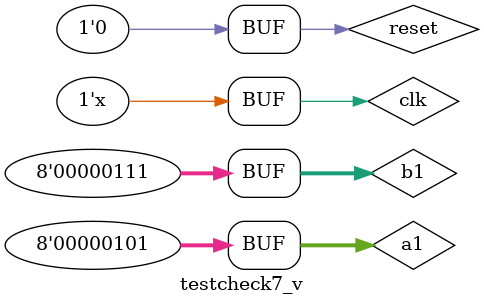
<source format=v>
`timescale 1ns / 1ps


module testcheck7_v;

	// Inputs
	reg clk;
	reg reset;
	reg [7:0] a1;
	reg [7:0] b1;

	// Outputs
	wire [7:0] memdata;
	wire alusrca;
	wire memtoreg;
	wire regdst;
	wire iord;
	wire pcen;
	wire regwrite;
	wire [1:0] pcsrc;
	wire [1:0] alusrcb;
	wire [3:0] irwrite;
	wire [2:0] alucontrol;
	wire [7:0] Reg1Adr;
	wire [7:0] Reg2Adr;
	wire branch;
	wire [7:0] src1;
	wire [7:0] src2;
	wire [7:0] alucheck;
	wire [7:0] pcvalue;
	wire [7:0] nextpcvalue;
	wire [7:0] read1;
	wire [7:0] read2;
	wire [7:0] RgDst;
	wire [31:0] instr;
	wire zero;
	wire memread;
	wire memwrite;
	wire [7:0] adr;
	wire [7:0] writedata;

	// Instantiate the Unit Under Test (UUT)
	testbench uut (
		.clk(clk), 
		.reset(reset), 
		.a1(a1), 
		.b1(b1), 
		.memdata(memdata), 
		.alusrca(alusrca), 
		.memtoreg(memtoreg), 
		.regdst(regdst), 
		.iord(iord), 
		.pcen(pcen), 
		.regwrite(regwrite), 
		.pcsrc(pcsrc), 
		.alusrcb(alusrcb), 
		.irwrite(irwrite), 
		.alucontrol(alucontrol), 
		.Reg1Adr(Reg1Adr), 
		.Reg2Adr(Reg2Adr), 
		.branch(branch), 
		.src1(src1), 
		.src2(src2), 
		.alucheck(alucheck), 
		.pcvalue(pcvalue), 
		.nextpcvalue(nextpcvalue), 
		.read1(read1), 
		.read2(read2), 
		.RgDst(RgDst), 
		.instr(instr), 
		.zero(zero), 
		.memread(memread), 
		.memwrite(memwrite), 
		.adr(adr), 
		.writedata(writedata)
	);

always begin
#5
clk=~clk;
end
	initial begin
		// Initialize Inputs //load instruction 1
		clk = 0;
		reset = 1;
		#10;//1
		reset=0;
		#10;//2
		#10;//3
		#10;//4
		#10;//5
		#10;//6
		#10;//7
		#10;//8
		//load instruction 2
		#10;//9
		#10;//10
		#10;//11
		#10;//12
		#10;//13
		#10;//14
		#10;//15
		#10;//16
		//load instruction 3
		a1=3;
		#10;//17
		#10;//18
		#10;//19
		#10;//20
		#10;//21
		#10;//22
		#10;//23
		#10;//24
		//rtype or instruction 1
		 a1=3;
		 b1=5;
		#10;//25
		#10;//26
		#10;//27
		#10;//28
		#10;//29
		#10;//30
		#10;//31
		//rtype and instruction 2
		 a1=12;
		 b1=7;
		#10;//32
		#10;//33
		#10;//34
		#10;//35
		#10;//36
		#10;//37
		#10;//38
		//rtype add instruction 3
		 a1=4;
		 b1=7;
		#10;//39
		#10;//40
		#10;//41
		#10;//42
		#10;//43
		#10;//44
      #10;//45
		// i type beq instruction 1
		a1=11;
		b1=3;
		#10;//46
		#10;//47
		#10;//48
		#10;//49
		#10;//50
		#10;//51
		//rtype slt instruction 4
		a1=12;
		b1=7;
		#10;//52
		#10;//53
		#10;//54
		#10;//55
		#10;//56
		#10;//57
		#10;//58
		// i type beq instruction 2
		a1=0;
		b1=0;
		#10;//59
		#10;//60
		#10;//61
		#10;//62
		#10;//63
		#10;//64
		//rtype slt instruction 5
		a1=3;
		b1=5;
		#10;//65
		#10;//66
      #10;//67
		#10;//68
		#10;//69
		#10;//70
		#10;//71
		//rtype add instruction 6
		a1=1;
		b1=11;
      #10;//72
		#10;//73
		#10;//74
      #10;//75
		#10;//76
		#10;//77
		#10;//78
		//rtype sub instruction 7
		a1=12;
		b1=5;
		#10;//79
		#10;//80
		#10;//81
		#10;//82
      #10;//83
		#10;//84
		#10;//85
		//j type instruction
		a1=5;
		b1=7;
		#10;//86
		#10;//87
		#10;//88
		#10;//89
		#10;//90
      #10;//91
	   // store instruction
		#10;//92
		#10;//93
		#10;//94
		#10;//95
		#10;//96
		#10;//97
		#10;//98

	end

	
      
endmodule


</source>
